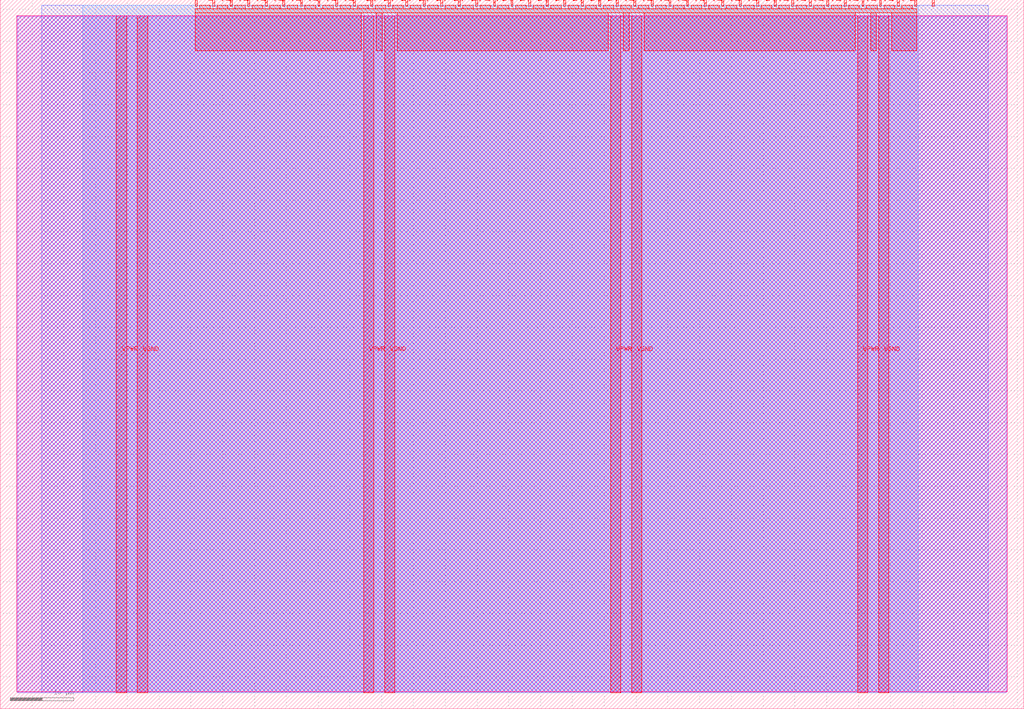
<source format=lef>
VERSION 5.7 ;
  NOWIREEXTENSIONATPIN ON ;
  DIVIDERCHAR "/" ;
  BUSBITCHARS "[]" ;
MACRO tt_um_flummer_ltc
  CLASS BLOCK ;
  FOREIGN tt_um_flummer_ltc ;
  ORIGIN 0.000 0.000 ;
  SIZE 161.000 BY 111.520 ;
  PIN VGND
    DIRECTION INOUT ;
    USE GROUND ;
    PORT
      LAYER met4 ;
        RECT 21.580 2.480 23.180 109.040 ;
    END
    PORT
      LAYER met4 ;
        RECT 60.450 2.480 62.050 109.040 ;
    END
    PORT
      LAYER met4 ;
        RECT 99.320 2.480 100.920 109.040 ;
    END
    PORT
      LAYER met4 ;
        RECT 138.190 2.480 139.790 109.040 ;
    END
  END VGND
  PIN VPWR
    DIRECTION INOUT ;
    USE POWER ;
    PORT
      LAYER met4 ;
        RECT 18.280 2.480 19.880 109.040 ;
    END
    PORT
      LAYER met4 ;
        RECT 57.150 2.480 58.750 109.040 ;
    END
    PORT
      LAYER met4 ;
        RECT 96.020 2.480 97.620 109.040 ;
    END
    PORT
      LAYER met4 ;
        RECT 134.890 2.480 136.490 109.040 ;
    END
  END VPWR
  PIN clk
    DIRECTION INPUT ;
    USE SIGNAL ;
    ANTENNAGATEAREA 0.852000 ;
    PORT
      LAYER met4 ;
        RECT 143.830 110.520 144.130 111.520 ;
    END
  END clk
  PIN ena
    DIRECTION INPUT ;
    USE SIGNAL ;
    PORT
      LAYER met4 ;
        RECT 146.590 110.520 146.890 111.520 ;
    END
  END ena
  PIN rst_n
    DIRECTION INPUT ;
    USE SIGNAL ;
    ANTENNAGATEAREA 0.196500 ;
    PORT
      LAYER met4 ;
        RECT 141.070 110.520 141.370 111.520 ;
    END
  END rst_n
  PIN ui_in[0]
    DIRECTION INPUT ;
    USE SIGNAL ;
    ANTENNAGATEAREA 0.196500 ;
    PORT
      LAYER met4 ;
        RECT 138.310 110.520 138.610 111.520 ;
    END
  END ui_in[0]
  PIN ui_in[1]
    DIRECTION INPUT ;
    USE SIGNAL ;
    ANTENNAGATEAREA 0.196500 ;
    PORT
      LAYER met4 ;
        RECT 135.550 110.520 135.850 111.520 ;
    END
  END ui_in[1]
  PIN ui_in[2]
    DIRECTION INPUT ;
    USE SIGNAL ;
    ANTENNAGATEAREA 0.196500 ;
    PORT
      LAYER met4 ;
        RECT 132.790 110.520 133.090 111.520 ;
    END
  END ui_in[2]
  PIN ui_in[3]
    DIRECTION INPUT ;
    USE SIGNAL ;
    ANTENNAGATEAREA 0.196500 ;
    PORT
      LAYER met4 ;
        RECT 130.030 110.520 130.330 111.520 ;
    END
  END ui_in[3]
  PIN ui_in[4]
    DIRECTION INPUT ;
    USE SIGNAL ;
    ANTENNAGATEAREA 0.196500 ;
    PORT
      LAYER met4 ;
        RECT 127.270 110.520 127.570 111.520 ;
    END
  END ui_in[4]
  PIN ui_in[5]
    DIRECTION INPUT ;
    USE SIGNAL ;
    ANTENNAGATEAREA 0.196500 ;
    PORT
      LAYER met4 ;
        RECT 124.510 110.520 124.810 111.520 ;
    END
  END ui_in[5]
  PIN ui_in[6]
    DIRECTION INPUT ;
    USE SIGNAL ;
    ANTENNAGATEAREA 0.196500 ;
    PORT
      LAYER met4 ;
        RECT 121.750 110.520 122.050 111.520 ;
    END
  END ui_in[6]
  PIN ui_in[7]
    DIRECTION INPUT ;
    USE SIGNAL ;
    ANTENNAGATEAREA 0.196500 ;
    PORT
      LAYER met4 ;
        RECT 118.990 110.520 119.290 111.520 ;
    END
  END ui_in[7]
  PIN uio_in[0]
    DIRECTION INPUT ;
    USE SIGNAL ;
    ANTENNAGATEAREA 0.213000 ;
    PORT
      LAYER met4 ;
        RECT 116.230 110.520 116.530 111.520 ;
    END
  END uio_in[0]
  PIN uio_in[1]
    DIRECTION INPUT ;
    USE SIGNAL ;
    ANTENNAGATEAREA 0.159000 ;
    PORT
      LAYER met4 ;
        RECT 113.470 110.520 113.770 111.520 ;
    END
  END uio_in[1]
  PIN uio_in[2]
    DIRECTION INPUT ;
    USE SIGNAL ;
    ANTENNAGATEAREA 0.159000 ;
    PORT
      LAYER met4 ;
        RECT 110.710 110.520 111.010 111.520 ;
    END
  END uio_in[2]
  PIN uio_in[3]
    DIRECTION INPUT ;
    USE SIGNAL ;
    ANTENNAGATEAREA 0.159000 ;
    PORT
      LAYER met4 ;
        RECT 107.950 110.520 108.250 111.520 ;
    END
  END uio_in[3]
  PIN uio_in[4]
    DIRECTION INPUT ;
    USE SIGNAL ;
    ANTENNAGATEAREA 0.159000 ;
    PORT
      LAYER met4 ;
        RECT 105.190 110.520 105.490 111.520 ;
    END
  END uio_in[4]
  PIN uio_in[5]
    DIRECTION INPUT ;
    USE SIGNAL ;
    ANTENNAGATEAREA 0.159000 ;
    PORT
      LAYER met4 ;
        RECT 102.430 110.520 102.730 111.520 ;
    END
  END uio_in[5]
  PIN uio_in[6]
    DIRECTION INPUT ;
    USE SIGNAL ;
    ANTENNAGATEAREA 0.159000 ;
    PORT
      LAYER met4 ;
        RECT 99.670 110.520 99.970 111.520 ;
    END
  END uio_in[6]
  PIN uio_in[7]
    DIRECTION INPUT ;
    USE SIGNAL ;
    PORT
      LAYER met4 ;
        RECT 96.910 110.520 97.210 111.520 ;
    END
  END uio_in[7]
  PIN uio_oe[0]
    DIRECTION OUTPUT ;
    USE SIGNAL ;
    PORT
      LAYER met4 ;
        RECT 49.990 110.520 50.290 111.520 ;
    END
  END uio_oe[0]
  PIN uio_oe[1]
    DIRECTION OUTPUT ;
    USE SIGNAL ;
    PORT
      LAYER met4 ;
        RECT 47.230 110.520 47.530 111.520 ;
    END
  END uio_oe[1]
  PIN uio_oe[2]
    DIRECTION OUTPUT ;
    USE SIGNAL ;
    PORT
      LAYER met4 ;
        RECT 44.470 110.520 44.770 111.520 ;
    END
  END uio_oe[2]
  PIN uio_oe[3]
    DIRECTION OUTPUT ;
    USE SIGNAL ;
    PORT
      LAYER met4 ;
        RECT 41.710 110.520 42.010 111.520 ;
    END
  END uio_oe[3]
  PIN uio_oe[4]
    DIRECTION OUTPUT ;
    USE SIGNAL ;
    PORT
      LAYER met4 ;
        RECT 38.950 110.520 39.250 111.520 ;
    END
  END uio_oe[4]
  PIN uio_oe[5]
    DIRECTION OUTPUT ;
    USE SIGNAL ;
    PORT
      LAYER met4 ;
        RECT 36.190 110.520 36.490 111.520 ;
    END
  END uio_oe[5]
  PIN uio_oe[6]
    DIRECTION OUTPUT ;
    USE SIGNAL ;
    PORT
      LAYER met4 ;
        RECT 33.430 110.520 33.730 111.520 ;
    END
  END uio_oe[6]
  PIN uio_oe[7]
    DIRECTION OUTPUT ;
    USE SIGNAL ;
    PORT
      LAYER met4 ;
        RECT 30.670 110.520 30.970 111.520 ;
    END
  END uio_oe[7]
  PIN uio_out[0]
    DIRECTION OUTPUT ;
    USE SIGNAL ;
    PORT
      LAYER met4 ;
        RECT 72.070 110.520 72.370 111.520 ;
    END
  END uio_out[0]
  PIN uio_out[1]
    DIRECTION OUTPUT ;
    USE SIGNAL ;
    PORT
      LAYER met4 ;
        RECT 69.310 110.520 69.610 111.520 ;
    END
  END uio_out[1]
  PIN uio_out[2]
    DIRECTION OUTPUT ;
    USE SIGNAL ;
    PORT
      LAYER met4 ;
        RECT 66.550 110.520 66.850 111.520 ;
    END
  END uio_out[2]
  PIN uio_out[3]
    DIRECTION OUTPUT ;
    USE SIGNAL ;
    PORT
      LAYER met4 ;
        RECT 63.790 110.520 64.090 111.520 ;
    END
  END uio_out[3]
  PIN uio_out[4]
    DIRECTION OUTPUT ;
    USE SIGNAL ;
    PORT
      LAYER met4 ;
        RECT 61.030 110.520 61.330 111.520 ;
    END
  END uio_out[4]
  PIN uio_out[5]
    DIRECTION OUTPUT ;
    USE SIGNAL ;
    PORT
      LAYER met4 ;
        RECT 58.270 110.520 58.570 111.520 ;
    END
  END uio_out[5]
  PIN uio_out[6]
    DIRECTION OUTPUT ;
    USE SIGNAL ;
    PORT
      LAYER met4 ;
        RECT 55.510 110.520 55.810 111.520 ;
    END
  END uio_out[6]
  PIN uio_out[7]
    DIRECTION OUTPUT ;
    USE SIGNAL ;
    ANTENNADIFFAREA 0.445500 ;
    PORT
      LAYER met4 ;
        RECT 52.750 110.520 53.050 111.520 ;
    END
  END uio_out[7]
  PIN uo_out[0]
    DIRECTION OUTPUT ;
    USE SIGNAL ;
    ANTENNADIFFAREA 0.924000 ;
    PORT
      LAYER met4 ;
        RECT 94.150 110.520 94.450 111.520 ;
    END
  END uo_out[0]
  PIN uo_out[1]
    DIRECTION OUTPUT ;
    USE SIGNAL ;
    ANTENNADIFFAREA 0.795200 ;
    PORT
      LAYER met4 ;
        RECT 91.390 110.520 91.690 111.520 ;
    END
  END uo_out[1]
  PIN uo_out[2]
    DIRECTION OUTPUT ;
    USE SIGNAL ;
    ANTENNADIFFAREA 0.445500 ;
    PORT
      LAYER met4 ;
        RECT 88.630 110.520 88.930 111.520 ;
    END
  END uo_out[2]
  PIN uo_out[3]
    DIRECTION OUTPUT ;
    USE SIGNAL ;
    ANTENNADIFFAREA 0.445500 ;
    PORT
      LAYER met4 ;
        RECT 85.870 110.520 86.170 111.520 ;
    END
  END uo_out[3]
  PIN uo_out[4]
    DIRECTION OUTPUT ;
    USE SIGNAL ;
    ANTENNADIFFAREA 0.445500 ;
    PORT
      LAYER met4 ;
        RECT 83.110 110.520 83.410 111.520 ;
    END
  END uo_out[4]
  PIN uo_out[5]
    DIRECTION OUTPUT ;
    USE SIGNAL ;
    ANTENNADIFFAREA 0.445500 ;
    PORT
      LAYER met4 ;
        RECT 80.350 110.520 80.650 111.520 ;
    END
  END uo_out[5]
  PIN uo_out[6]
    DIRECTION OUTPUT ;
    USE SIGNAL ;
    ANTENNADIFFAREA 0.445500 ;
    PORT
      LAYER met4 ;
        RECT 77.590 110.520 77.890 111.520 ;
    END
  END uo_out[6]
  PIN uo_out[7]
    DIRECTION OUTPUT ;
    USE SIGNAL ;
    ANTENNADIFFAREA 0.445500 ;
    PORT
      LAYER met4 ;
        RECT 74.830 110.520 75.130 111.520 ;
    END
  END uo_out[7]
  OBS
      LAYER nwell ;
        RECT 2.570 2.635 158.430 108.990 ;
      LAYER li1 ;
        RECT 2.760 2.635 158.240 108.885 ;
      LAYER met1 ;
        RECT 2.760 2.480 158.240 109.040 ;
      LAYER met2 ;
        RECT 6.540 2.535 155.380 110.685 ;
      LAYER met3 ;
        RECT 12.945 2.555 144.370 110.665 ;
      LAYER met4 ;
        RECT 31.370 110.120 33.030 110.665 ;
        RECT 34.130 110.120 35.790 110.665 ;
        RECT 36.890 110.120 38.550 110.665 ;
        RECT 39.650 110.120 41.310 110.665 ;
        RECT 42.410 110.120 44.070 110.665 ;
        RECT 45.170 110.120 46.830 110.665 ;
        RECT 47.930 110.120 49.590 110.665 ;
        RECT 50.690 110.120 52.350 110.665 ;
        RECT 53.450 110.120 55.110 110.665 ;
        RECT 56.210 110.120 57.870 110.665 ;
        RECT 58.970 110.120 60.630 110.665 ;
        RECT 61.730 110.120 63.390 110.665 ;
        RECT 64.490 110.120 66.150 110.665 ;
        RECT 67.250 110.120 68.910 110.665 ;
        RECT 70.010 110.120 71.670 110.665 ;
        RECT 72.770 110.120 74.430 110.665 ;
        RECT 75.530 110.120 77.190 110.665 ;
        RECT 78.290 110.120 79.950 110.665 ;
        RECT 81.050 110.120 82.710 110.665 ;
        RECT 83.810 110.120 85.470 110.665 ;
        RECT 86.570 110.120 88.230 110.665 ;
        RECT 89.330 110.120 90.990 110.665 ;
        RECT 92.090 110.120 93.750 110.665 ;
        RECT 94.850 110.120 96.510 110.665 ;
        RECT 97.610 110.120 99.270 110.665 ;
        RECT 100.370 110.120 102.030 110.665 ;
        RECT 103.130 110.120 104.790 110.665 ;
        RECT 105.890 110.120 107.550 110.665 ;
        RECT 108.650 110.120 110.310 110.665 ;
        RECT 111.410 110.120 113.070 110.665 ;
        RECT 114.170 110.120 115.830 110.665 ;
        RECT 116.930 110.120 118.590 110.665 ;
        RECT 119.690 110.120 121.350 110.665 ;
        RECT 122.450 110.120 124.110 110.665 ;
        RECT 125.210 110.120 126.870 110.665 ;
        RECT 127.970 110.120 129.630 110.665 ;
        RECT 130.730 110.120 132.390 110.665 ;
        RECT 133.490 110.120 135.150 110.665 ;
        RECT 136.250 110.120 137.910 110.665 ;
        RECT 139.010 110.120 140.670 110.665 ;
        RECT 141.770 110.120 143.430 110.665 ;
        RECT 30.655 109.440 144.145 110.120 ;
        RECT 30.655 103.535 56.750 109.440 ;
        RECT 59.150 103.535 60.050 109.440 ;
        RECT 62.450 103.535 95.620 109.440 ;
        RECT 98.020 103.535 98.920 109.440 ;
        RECT 101.320 103.535 134.490 109.440 ;
        RECT 136.890 103.535 137.790 109.440 ;
        RECT 140.190 103.535 144.145 109.440 ;
  END
END tt_um_flummer_ltc
END LIBRARY


</source>
